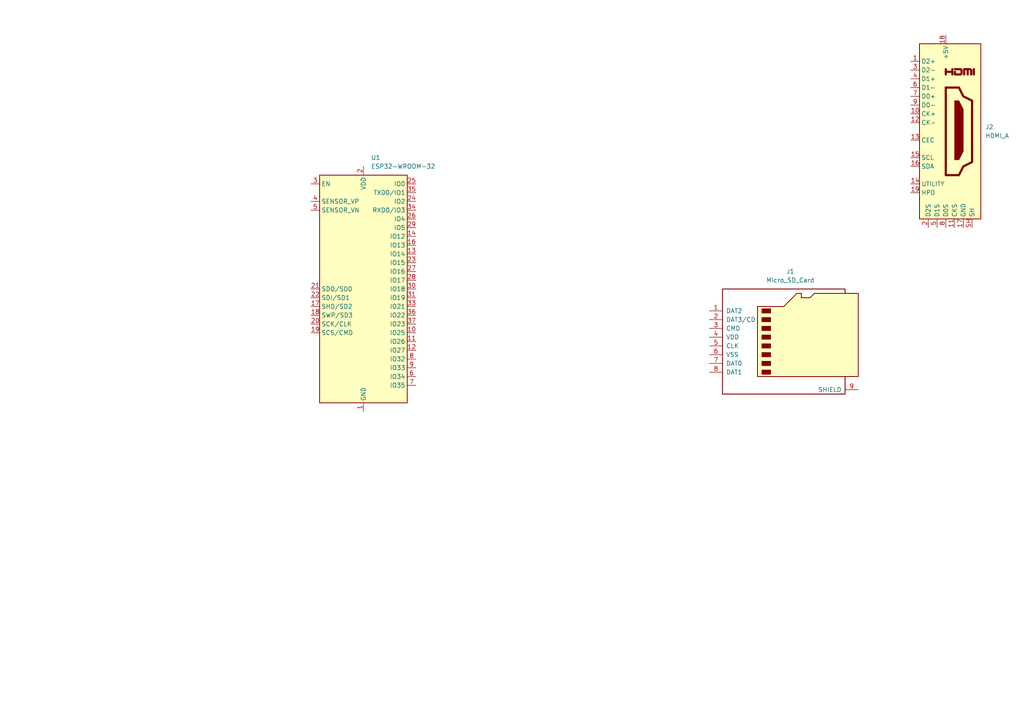
<source format=kicad_sch>
(kicad_sch (version 20231120) (generator "eeschema") (generator_version "8.0")
  (paper "A4")
  (lib_symbols
    (symbol "Connector:HDMI_A"
      (property "Reference" "J" (at -6.35 26.67 0))
      (property "Value" "HDMI_A" (at 10.16 26.67 0))
      (symbol "HDMI_A_0_0"
        (polyline (pts (xy 8.128 16.51) (xy 8.128 18.034)) (stroke (width 0.635)))
        (polyline (pts (xy 0 16.51) (xy 0 18.034) (xy 0 17.272) (xy 1.905 17.272) (xy 1.905 18.034) (xy 1.905 16.51)) (stroke (width 0.635)))
        (polyline (pts (xy 2.667 18.034) (xy 4.318 18.034) (xy 4.572 17.78) (xy 4.572 16.764) (xy 4.318 16.51) (xy 2.667 16.51) (xy 2.667 17.272)) (stroke (width 0.635)))
      )
      (symbol "HDMI_A_0_1"
        (rectangle (start -7.62 25.4) (end 10.16 -25.4) (stroke (width 0.254)) (fill (type background)))
        (polyline (pts (xy 2.54 8.89) (xy 3.81 8.89) (xy 5.08 6.35) (xy 5.08 -5.715) (xy 3.81 -8.255) (xy 2.54 -8.255) (xy 2.54 8.89)) (fill (type outline)))
        (polyline (pts (xy 5.334 16.51) (xy 5.334 18.034) (xy 6.35 18.034) (xy 6.35 16.51) (xy 6.35 18.034) (xy 7.112 18.034) (xy 7.366 17.78) (xy 7.366 16.51)) (stroke (width 0.635)))
        (polyline (pts (xy 0 12.7) (xy 0 -12.7) (xy 3.81 -12.7) (xy 5.08 -10.16) (xy 7.62 -8.89) (xy 7.62 8.89) (xy 5.08 10.16) (xy 3.81 12.7) (xy 0 12.7)) (stroke (width 0.635)))
      )
      (symbol "HDMI_A_1_1"
        (pin passive line (at -10.16 20.32 0) (length 2.54) (name "D2+") (number "1"))
        (pin passive line (at -10.16 5.08 0) (length 2.54) (name "CK+") (number "10"))
        (pin power_in line (at 2.54 -27.94 90) (length 2.54) (name "CKS") (number "11"))
        (pin passive line (at -10.16 2.54 0) (length 2.54) (name "CK-") (number "12"))
        (pin bidirectional line (at -10.16 -2.54 0) (length 2.54) (name "CEC") (number "13"))
        (pin passive line (at -10.16 -15.24 0) (length 2.54) (name "UTILITY") (number "14"))
        (pin passive line (at -10.16 -7.62 0) (length 2.54) (name "SCL") (number "15"))
        (pin bidirectional line (at -10.16 -10.16 0) (length 2.54) (name "SDA") (number "16"))
        (pin power_in line (at 5.08 -27.94 90) (length 2.54) (name "GND") (number "17"))
        (pin power_in line (at 0 27.94 270) (length 2.54) (name "+5V") (number "18"))
        (pin passive line (at -10.16 -17.78 0) (length 2.54) (name "HPD") (number "19"))
        (pin power_in line (at -5.08 -27.94 90) (length 2.54) (name "D2S") (number "2"))
        (pin passive line (at -10.16 17.78 0) (length 2.54) (name "D2-") (number "3"))
        (pin passive line (at -10.16 15.24 0) (length 2.54) (name "D1+") (number "4"))
        (pin power_in line (at -2.54 -27.94 90) (length 2.54) (name "D1S") (number "5"))
        (pin passive line (at -10.16 12.7 0) (length 2.54) (name "D1-") (number "6"))
        (pin passive line (at -10.16 10.16 0) (length 2.54) (name "D0+") (number "7"))
        (pin power_in line (at 0 -27.94 90) (length 2.54) (name "D0S") (number "8"))
        (pin passive line (at -10.16 7.62 0) (length 2.54) (name "D0-") (number "9"))
        (pin passive line (at 7.62 -27.94 90) (length 2.54) (name "SH") (number "SH"))
      )
    )
    (symbol "Connector:Micro_SD_Card" (pin_names (offset 1.016))
      (property "Reference" "J" (at -16.51 15.24 0))
      (property "Value" "Micro_SD_Card" (at 16.51 15.24 0))
      (symbol "Micro_SD_Card_0_1"
        (rectangle (start -7.62 -9.525) (end -5.08 -10.795) (fill (type outline)))
        (rectangle (start -7.62 -6.985) (end -5.08 -8.255) (fill (type outline)))
        (rectangle (start -7.62 -4.445) (end -5.08 -5.715) (fill (type outline)))
        (rectangle (start -7.62 -1.905) (end -5.08 -3.175) (fill (type outline)))
        (rectangle (start -7.62 0.635) (end -5.08 -0.635) (fill (type outline)))
        (rectangle (start -7.62 3.175) (end -5.08 1.905) (fill (type outline)))
        (rectangle (start -7.62 5.715) (end -5.08 4.445) (fill (type outline)))
        (rectangle (start -7.62 8.255) (end -5.08 6.985) (fill (type outline)))
        (polyline (pts (xy 16.51 12.7) (xy 16.51 13.97) (xy -19.05 13.97) (xy -19.05 -16.51) (xy 16.51 -16.51) (xy 16.51 -11.43)) (stroke (width 0.254)))
        (polyline (pts (xy -8.89 -11.43) (xy -8.89 8.89) (xy -1.27 8.89) (xy 2.54 12.7) (xy 3.81 12.7) (xy 3.81 11.43) (xy 6.35 11.43) (xy 7.62 12.7) (xy 20.32 12.7) (xy 20.32 -11.43) (xy -8.89 -11.43)) (stroke (width 0.254)) (fill (type background)))
      )
      (symbol "Micro_SD_Card_1_1"
        (pin bidirectional line (at -22.86 7.62 0) (length 3.81) (name "DAT2") (number "1"))
        (pin bidirectional line (at -22.86 5.08 0) (length 3.81) (name "DAT3/CD") (number "2"))
        (pin input line (at -22.86 2.54 0) (length 3.81) (name "CMD") (number "3"))
        (pin power_in line (at -22.86 0 0) (length 3.81) (name "VDD") (number "4"))
        (pin input line (at -22.86 -2.54 0) (length 3.81) (name "CLK") (number "5"))
        (pin power_in line (at -22.86 -5.08 0) (length 3.81) (name "VSS") (number "6"))
        (pin bidirectional line (at -22.86 -7.62 0) (length 3.81) (name "DAT0") (number "7"))
        (pin bidirectional line (at -22.86 -10.16 0) (length 3.81) (name "DAT1") (number "8"))
        (pin passive line (at 20.32 -15.24 180) (length 3.81) (name "SHIELD") (number "9"))
      )
    )
    (symbol "RF_Module:ESP32-WROOM-32"
      (property "Reference" "U" (at -12.7 34.29 0))
      (property "Value" "ESP32-WROOM-32" (at 1.27 34.29 0))
      (symbol "ESP32-WROOM-32_0_1"
        (rectangle (start -12.7 33.02) (end 12.7 -33.02) (stroke (width 0.254)) (fill (type background)))
      )
      (symbol "ESP32-WROOM-32_1_1"
        (pin power_in line (at 0 -35.56 90) (length 2.54) (name "GND") (number "1"))
        (pin bidirectional line (at 15.24 -12.7 180) (length 2.54) (name "IO25") (number "10"))
        (pin bidirectional line (at 15.24 -15.24 180) (length 2.54) (name "IO26") (number "11"))
        (pin bidirectional line (at 15.24 -17.78 180) (length 2.54) (name "IO27") (number "12"))
        (pin bidirectional line (at 15.24 10.16 180) (length 2.54) (name "IO14") (number "13"))
        (pin bidirectional line (at 15.24 15.24 180) (length 2.54) (name "IO12") (number "14"))
        (pin passive line (at 0 -35.56 90) (length 2.54) hide (name "GND") (number "15"))
        (pin bidirectional line (at 15.24 12.7 180) (length 2.54) (name "IO13") (number "16"))
        (pin bidirectional line (at -15.24 -5.08 0) (length 2.54) (name "SHD/SD2") (number "17"))
        (pin bidirectional line (at -15.24 -7.62 0) (length 2.54) (name "SWP/SD3") (number "18"))
        (pin bidirectional line (at -15.24 -12.7 0) (length 2.54) (name "SCS/CMD") (number "19"))
        (pin power_in line (at 0 35.56 270) (length 2.54) (name "VDD") (number "2"))
        (pin bidirectional line (at -15.24 -10.16 0) (length 2.54) (name "SCK/CLK") (number "20"))
        (pin bidirectional line (at -15.24 0 0) (length 2.54) (name "SDO/SD0") (number "21"))
        (pin bidirectional line (at -15.24 -2.54 0) (length 2.54) (name "SDI/SD1") (number "22"))
        (pin bidirectional line (at 15.24 7.62 180) (length 2.54) (name "IO15") (number "23"))
        (pin bidirectional line (at 15.24 25.4 180) (length 2.54) (name "IO2") (number "24"))
        (pin bidirectional line (at 15.24 30.48 180) (length 2.54) (name "IO0") (number "25"))
        (pin bidirectional line (at 15.24 20.32 180) (length 2.54) (name "IO4") (number "26"))
        (pin bidirectional line (at 15.24 5.08 180) (length 2.54) (name "IO16") (number "27"))
        (pin bidirectional line (at 15.24 2.54 180) (length 2.54) (name "IO17") (number "28"))
        (pin bidirectional line (at 15.24 17.78 180) (length 2.54) (name "IO5") (number "29"))
        (pin input line (at -15.24 30.48 0) (length 2.54) (name "EN") (number "3"))
        (pin bidirectional line (at 15.24 0 180) (length 2.54) (name "IO18") (number "30"))
        (pin bidirectional line (at 15.24 -2.54 180) (length 2.54) (name "IO19") (number "31"))
        (pin no_connect line (at -12.7 -27.94 0) (length 2.54) hide (name "NC") (number "32"))
        (pin bidirectional line (at 15.24 -5.08 180) (length 2.54) (name "IO21") (number "33"))
        (pin bidirectional line (at 15.24 22.86 180) (length 2.54) (name "RXD0/IO3") (number "34"))
        (pin bidirectional line (at 15.24 27.94 180) (length 2.54) (name "TXD0/IO1") (number "35"))
        (pin bidirectional line (at 15.24 -7.62 180) (length 2.54) (name "IO22") (number "36"))
        (pin bidirectional line (at 15.24 -10.16 180) (length 2.54) (name "IO23") (number "37"))
        (pin passive line (at 0 -35.56 90) (length 2.54) hide (name "GND") (number "38"))
        (pin passive line (at 0 -35.56 90) (length 2.54) hide (name "GND") (number "39"))
        (pin input line (at -15.24 25.4 0) (length 2.54) (name "SENSOR_VP") (number "4"))
        (pin input line (at -15.24 22.86 0) (length 2.54) (name "SENSOR_VN") (number "5"))
        (pin input line (at 15.24 -25.4 180) (length 2.54) (name "IO34") (number "6"))
        (pin input line (at 15.24 -27.94 180) (length 2.54) (name "IO35") (number "7"))
        (pin bidirectional line (at 15.24 -20.32 180) (length 2.54) (name "IO32") (number "8"))
        (pin bidirectional line (at 15.24 -22.86 180) (length 2.54) (name "IO33") (number "9"))
      )
    )
  )
  (symbol (lib_id "RF_Module:ESP32-WROOM-32") (at 105.41 83.82 0) (unit 1)
    (property "Reference" "U1" (at 107.6041 45.72 0) (effects (justify left)))
    (property "Value" "ESP32-WROOM-32" (at 107.6041 48.26 0) (effects (justify left)))
    (property "Footprint" "RF_Module:ESP32-WROOM-32" (effects (hide yes)))
    (property "Datasheet" "https://www.espressif.com/sites/default/files/documentation/esp32-wroom-32_datasheet_en.pdf" (effects (hide yes)))
    (property "Description" "RF Module, ESP32-D0WDQ6 SoC, Wi-Fi 802.11b/g/n, Bluetooth, BLE, 32-bit, 2.7-3.6V, onboard antenna, SMD" (effects (hide yes)))
  )
  (symbol (lib_id "Connector:Micro_SD_Card") (at 228.6 97.79 0) (unit 1)
    (property "Reference" "J1" (at 229.235 78.74 0))
    (property "Value" "Micro_SD_Card" (at 229.235 81.28 0))
    (property "Datasheet" "http://katalog.we-online.de/em/datasheet/693072010801.pdf" (effects (hide yes)))
    (property "Description" "Micro SD Card Socket" (effects (hide yes)))
  )
  (symbol (lib_id "Connector:HDMI_A") (at 274.32 38.1 0) (unit 1)
    (property "Reference" "J2" (at 285.75 36.8299 0) (effects (justify left)))
    (property "Value" "HDMI_A" (at 285.75 39.3699 0) (effects (justify left)))
    (property "Datasheet" "https://en.wikipedia.org/wiki/HDMI" (effects (hide yes)))
    (property "Description" "HDMI type A connector" (effects (hide yes)))
  )
)
</source>
